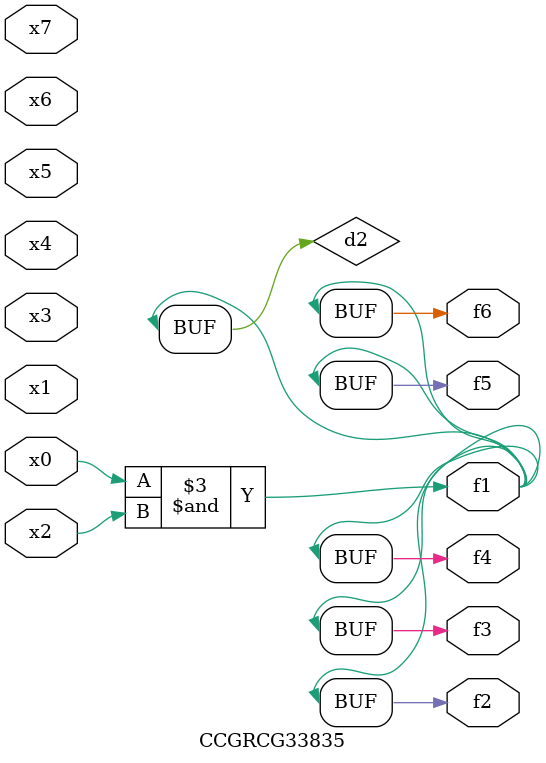
<source format=v>
module CCGRCG33835(
	input x0, x1, x2, x3, x4, x5, x6, x7,
	output f1, f2, f3, f4, f5, f6
);

	wire d1, d2;

	nor (d1, x3, x6);
	and (d2, x0, x2);
	assign f1 = d2;
	assign f2 = d2;
	assign f3 = d2;
	assign f4 = d2;
	assign f5 = d2;
	assign f6 = d2;
endmodule

</source>
